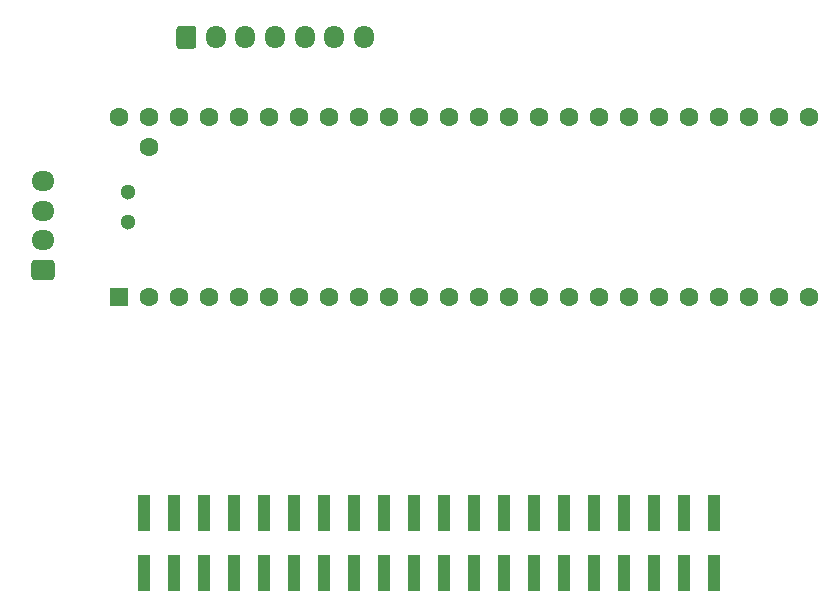
<source format=gbr>
G04 #@! TF.GenerationSoftware,KiCad,Pcbnew,(5.1.10)-1*
G04 #@! TF.CreationDate,2021-10-17T01:43:43+10:00*
G04 #@! TF.ProjectId,RedPyKeeb_MCU,52656450-794b-4656-9562-5f4d43552e6b,rev?*
G04 #@! TF.SameCoordinates,Original*
G04 #@! TF.FileFunction,Soldermask,Bot*
G04 #@! TF.FilePolarity,Negative*
%FSLAX46Y46*%
G04 Gerber Fmt 4.6, Leading zero omitted, Abs format (unit mm)*
G04 Created by KiCad (PCBNEW (5.1.10)-1) date 2021-10-17 01:43:43*
%MOMM*%
%LPD*%
G01*
G04 APERTURE LIST*
%ADD10R,1.000000X3.150000*%
%ADD11C,1.600000*%
%ADD12R,1.600000X1.600000*%
%ADD13C,1.300000*%
%ADD14O,1.700000X1.950000*%
%ADD15O,1.950000X1.700000*%
G04 APERTURE END LIST*
D10*
X73870000Y-66025240D03*
X53550000Y-71075000D03*
X84030000Y-71075000D03*
X84030000Y-66025000D03*
X81490000Y-71075000D03*
X81490000Y-66025000D03*
X78950000Y-71075000D03*
X78950000Y-66025000D03*
X76410000Y-71075000D03*
X76410000Y-66025000D03*
X73870000Y-71075000D03*
X71330000Y-71075000D03*
X71330000Y-66025000D03*
X68790000Y-71075000D03*
X68790000Y-66025000D03*
X66250000Y-71075000D03*
X66250000Y-66025000D03*
X63710000Y-71075000D03*
X63710000Y-66025000D03*
X61170000Y-71075000D03*
X61170000Y-66025000D03*
X58630000Y-71075000D03*
X58630000Y-66025000D03*
X56090000Y-71075000D03*
X56090000Y-66025000D03*
X53550000Y-66025000D03*
X51010000Y-71075000D03*
X51010000Y-66025000D03*
X48470000Y-71075000D03*
X48470000Y-66025000D03*
X45930000Y-71075000D03*
X45930000Y-66025000D03*
X43390000Y-71075000D03*
X43390000Y-66025000D03*
X40850000Y-71075000D03*
X40850000Y-66025000D03*
X38310000Y-71075000D03*
X38310000Y-66025000D03*
X35770000Y-71075000D03*
X35770000Y-66025000D03*
D11*
X36195000Y-35052000D03*
X33655000Y-32512000D03*
X36195000Y-32512000D03*
X38735000Y-32512000D03*
X41275000Y-32512000D03*
X43815000Y-32512000D03*
X46355000Y-32512000D03*
X48895000Y-32512000D03*
X51435000Y-32512000D03*
X53975000Y-32512000D03*
X56515000Y-32512000D03*
X59055000Y-32512000D03*
X61595000Y-32512000D03*
X64135000Y-32512000D03*
X66675000Y-32512000D03*
D12*
X33655000Y-47752000D03*
D11*
X36195000Y-47752000D03*
X38735000Y-47752000D03*
X41275000Y-47752000D03*
X43815000Y-47752000D03*
X46355000Y-47752000D03*
X48895000Y-47752000D03*
X51435000Y-47752000D03*
X53975000Y-47752000D03*
X56515000Y-47752000D03*
X59055000Y-47752000D03*
X61595000Y-47752000D03*
X64135000Y-47752000D03*
X69215000Y-32512000D03*
X71755000Y-32512000D03*
X74295000Y-32512000D03*
X76835000Y-32512000D03*
X79375000Y-32512000D03*
X81915000Y-32512000D03*
X84455000Y-32512000D03*
X86995000Y-32512000D03*
X89535000Y-32512000D03*
X92075000Y-32512000D03*
X92075000Y-47752000D03*
X89535000Y-47752000D03*
X86995000Y-47752000D03*
X84455000Y-47752000D03*
X66675000Y-47752000D03*
X69215000Y-47752000D03*
X71755000Y-47752000D03*
X81915000Y-47752000D03*
X79375000Y-47752000D03*
X76835000Y-47752000D03*
X74295000Y-47752000D03*
D13*
X34385000Y-41402000D03*
X34385000Y-38862000D03*
D14*
X54344600Y-25730200D03*
X51844600Y-25730200D03*
X49344600Y-25730200D03*
X46844600Y-25730200D03*
X44344600Y-25730200D03*
X41844600Y-25730200D03*
G36*
G01*
X38494600Y-26455200D02*
X38494600Y-25005200D01*
G75*
G02*
X38744600Y-24755200I250000J0D01*
G01*
X39944600Y-24755200D01*
G75*
G02*
X40194600Y-25005200I0J-250000D01*
G01*
X40194600Y-26455200D01*
G75*
G02*
X39944600Y-26705200I-250000J0D01*
G01*
X38744600Y-26705200D01*
G75*
G02*
X38494600Y-26455200I0J250000D01*
G01*
G37*
D15*
X27203400Y-37915200D03*
X27203400Y-40415200D03*
X27203400Y-42915200D03*
G36*
G01*
X27928400Y-46265200D02*
X26478400Y-46265200D01*
G75*
G02*
X26228400Y-46015200I0J250000D01*
G01*
X26228400Y-44815200D01*
G75*
G02*
X26478400Y-44565200I250000J0D01*
G01*
X27928400Y-44565200D01*
G75*
G02*
X28178400Y-44815200I0J-250000D01*
G01*
X28178400Y-46015200D01*
G75*
G02*
X27928400Y-46265200I-250000J0D01*
G01*
G37*
M02*

</source>
